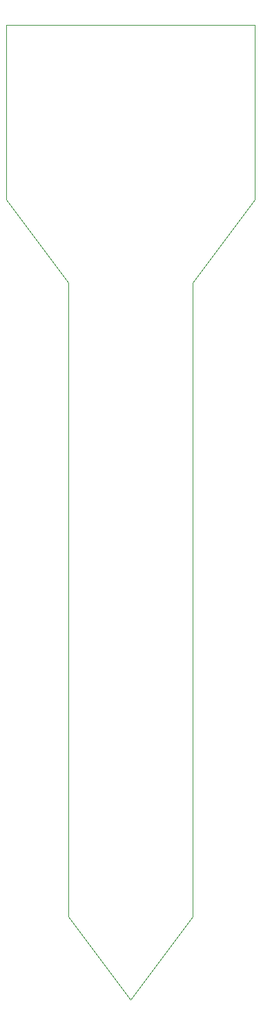
<source format=gbr>
G04 #@! TF.GenerationSoftware,KiCad,Pcbnew,(5.1.2)-2*
G04 #@! TF.CreationDate,2019-09-14T22:41:30+02:00*
G04 #@! TF.ProjectId,PlantWatering,506c616e-7457-4617-9465-72696e672e6b,rev?*
G04 #@! TF.SameCoordinates,Original*
G04 #@! TF.FileFunction,Profile,NP*
%FSLAX46Y46*%
G04 Gerber Fmt 4.6, Leading zero omitted, Abs format (unit mm)*
G04 Created by KiCad (PCBNEW (5.1.2)-2) date 2019-09-14 22:41:30*
%MOMM*%
%LPD*%
G04 APERTURE LIST*
%ADD10C,0.050000*%
G04 APERTURE END LIST*
D10*
X93980000Y-52324000D02*
X93980000Y-73660000D01*
X124460000Y-52324000D02*
X93980000Y-52324000D01*
X124460000Y-73660000D02*
X124460000Y-52324000D01*
X101600000Y-83820000D02*
X93980000Y-73660000D01*
X116840000Y-83820000D02*
X124460000Y-73660000D01*
X101600000Y-83820000D02*
X101600000Y-152400000D01*
X116840000Y-94742000D02*
X116840000Y-83820000D01*
X109220000Y-171450000D02*
X116840000Y-161290000D01*
X101600000Y-161290000D02*
X109220000Y-171450000D01*
X101600000Y-152400000D02*
X101600000Y-161290000D01*
X116840000Y-152400000D02*
X116840000Y-161290000D01*
X116840000Y-152400000D02*
X116840000Y-94742000D01*
M02*

</source>
